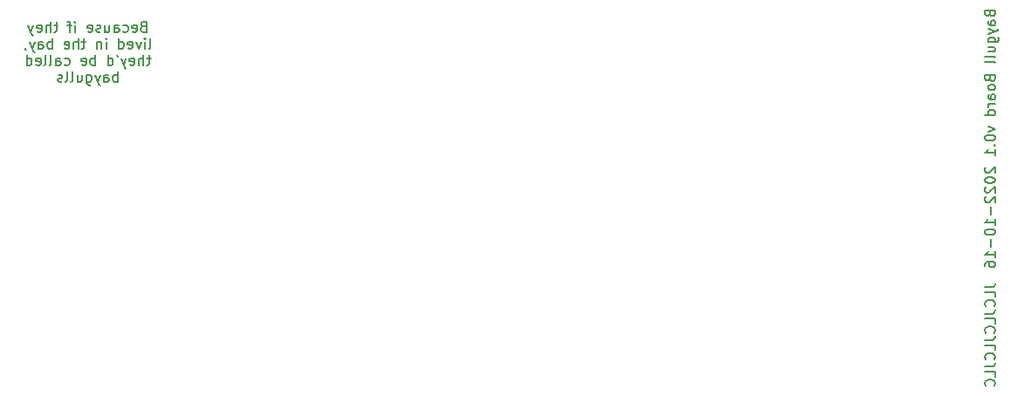
<source format=gbr>
%TF.GenerationSoftware,KiCad,Pcbnew,(6.0.8)*%
%TF.CreationDate,2022-10-22T23:39:20+01:00*%
%TF.ProjectId,top_plate,746f705f-706c-4617-9465-2e6b69636164,v1.0.0*%
%TF.SameCoordinates,Original*%
%TF.FileFunction,Legend,Bot*%
%TF.FilePolarity,Positive*%
%FSLAX46Y46*%
G04 Gerber Fmt 4.6, Leading zero omitted, Abs format (unit mm)*
G04 Created by KiCad (PCBNEW (6.0.8)) date 2022-10-22 23:39:20*
%MOMM*%
%LPD*%
G01*
G04 APERTURE LIST*
%ADD10C,0.150000*%
G04 APERTURE END LIST*
D10*
X144132380Y-27575452D02*
X144846666Y-27575452D01*
X144989523Y-27527833D01*
X145084761Y-27432595D01*
X145132380Y-27289738D01*
X145132380Y-27194500D01*
X145132380Y-28527833D02*
X145132380Y-28051642D01*
X144132380Y-28051642D01*
X145037142Y-29432595D02*
X145084761Y-29384976D01*
X145132380Y-29242119D01*
X145132380Y-29146880D01*
X145084761Y-29004023D01*
X144989523Y-28908785D01*
X144894285Y-28861166D01*
X144703809Y-28813547D01*
X144560952Y-28813547D01*
X144370476Y-28861166D01*
X144275238Y-28908785D01*
X144180000Y-29004023D01*
X144132380Y-29146880D01*
X144132380Y-29242119D01*
X144180000Y-29384976D01*
X144227619Y-29432595D01*
X144132380Y-30146880D02*
X144846666Y-30146880D01*
X144989523Y-30099261D01*
X145084761Y-30004023D01*
X145132380Y-29861166D01*
X145132380Y-29765928D01*
X145132380Y-31099261D02*
X145132380Y-30623071D01*
X144132380Y-30623071D01*
X145037142Y-32004023D02*
X145084761Y-31956404D01*
X145132380Y-31813547D01*
X145132380Y-31718309D01*
X145084761Y-31575452D01*
X144989523Y-31480214D01*
X144894285Y-31432595D01*
X144703809Y-31384976D01*
X144560952Y-31384976D01*
X144370476Y-31432595D01*
X144275238Y-31480214D01*
X144180000Y-31575452D01*
X144132380Y-31718309D01*
X144132380Y-31813547D01*
X144180000Y-31956404D01*
X144227619Y-32004023D01*
X144132380Y-32718309D02*
X144846666Y-32718309D01*
X144989523Y-32670690D01*
X145084761Y-32575452D01*
X145132380Y-32432595D01*
X145132380Y-32337357D01*
X145132380Y-33670690D02*
X145132380Y-33194500D01*
X144132380Y-33194500D01*
X145037142Y-34575452D02*
X145084761Y-34527833D01*
X145132380Y-34384976D01*
X145132380Y-34289738D01*
X145084761Y-34146880D01*
X144989523Y-34051642D01*
X144894285Y-34004023D01*
X144703809Y-33956404D01*
X144560952Y-33956404D01*
X144370476Y-34004023D01*
X144275238Y-34051642D01*
X144180000Y-34146880D01*
X144132380Y-34289738D01*
X144132380Y-34384976D01*
X144180000Y-34527833D01*
X144227619Y-34575452D01*
X144132380Y-35289738D02*
X144846666Y-35289738D01*
X144989523Y-35242119D01*
X145084761Y-35146880D01*
X145132380Y-35004023D01*
X145132380Y-34908785D01*
X145132380Y-36242119D02*
X145132380Y-35765928D01*
X144132380Y-35765928D01*
X145037142Y-37146880D02*
X145084761Y-37099261D01*
X145132380Y-36956404D01*
X145132380Y-36861166D01*
X145084761Y-36718309D01*
X144989523Y-36623071D01*
X144894285Y-36575452D01*
X144703809Y-36527833D01*
X144560952Y-36527833D01*
X144370476Y-36575452D01*
X144275238Y-36623071D01*
X144180000Y-36718309D01*
X144132380Y-36861166D01*
X144132380Y-36956404D01*
X144180000Y-37099261D01*
X144227619Y-37146880D01*
X62507142Y-2276071D02*
X62364285Y-2323690D01*
X62316666Y-2371309D01*
X62269047Y-2466547D01*
X62269047Y-2609404D01*
X62316666Y-2704642D01*
X62364285Y-2752261D01*
X62459523Y-2799880D01*
X62840476Y-2799880D01*
X62840476Y-1799880D01*
X62507142Y-1799880D01*
X62411904Y-1847500D01*
X62364285Y-1895119D01*
X62316666Y-1990357D01*
X62316666Y-2085595D01*
X62364285Y-2180833D01*
X62411904Y-2228452D01*
X62507142Y-2276071D01*
X62840476Y-2276071D01*
X61459523Y-2752261D02*
X61554761Y-2799880D01*
X61745238Y-2799880D01*
X61840476Y-2752261D01*
X61888095Y-2657023D01*
X61888095Y-2276071D01*
X61840476Y-2180833D01*
X61745238Y-2133214D01*
X61554761Y-2133214D01*
X61459523Y-2180833D01*
X61411904Y-2276071D01*
X61411904Y-2371309D01*
X61888095Y-2466547D01*
X60554761Y-2752261D02*
X60650000Y-2799880D01*
X60840476Y-2799880D01*
X60935714Y-2752261D01*
X60983333Y-2704642D01*
X61030952Y-2609404D01*
X61030952Y-2323690D01*
X60983333Y-2228452D01*
X60935714Y-2180833D01*
X60840476Y-2133214D01*
X60650000Y-2133214D01*
X60554761Y-2180833D01*
X59697619Y-2799880D02*
X59697619Y-2276071D01*
X59745238Y-2180833D01*
X59840476Y-2133214D01*
X60030952Y-2133214D01*
X60126190Y-2180833D01*
X59697619Y-2752261D02*
X59792857Y-2799880D01*
X60030952Y-2799880D01*
X60126190Y-2752261D01*
X60173809Y-2657023D01*
X60173809Y-2561785D01*
X60126190Y-2466547D01*
X60030952Y-2418928D01*
X59792857Y-2418928D01*
X59697619Y-2371309D01*
X58792857Y-2133214D02*
X58792857Y-2799880D01*
X59221428Y-2133214D02*
X59221428Y-2657023D01*
X59173809Y-2752261D01*
X59078571Y-2799880D01*
X58935714Y-2799880D01*
X58840476Y-2752261D01*
X58792857Y-2704642D01*
X58364285Y-2752261D02*
X58269047Y-2799880D01*
X58078571Y-2799880D01*
X57983333Y-2752261D01*
X57935714Y-2657023D01*
X57935714Y-2609404D01*
X57983333Y-2514166D01*
X58078571Y-2466547D01*
X58221428Y-2466547D01*
X58316666Y-2418928D01*
X58364285Y-2323690D01*
X58364285Y-2276071D01*
X58316666Y-2180833D01*
X58221428Y-2133214D01*
X58078571Y-2133214D01*
X57983333Y-2180833D01*
X57126190Y-2752261D02*
X57221428Y-2799880D01*
X57411904Y-2799880D01*
X57507142Y-2752261D01*
X57554761Y-2657023D01*
X57554761Y-2276071D01*
X57507142Y-2180833D01*
X57411904Y-2133214D01*
X57221428Y-2133214D01*
X57126190Y-2180833D01*
X57078571Y-2276071D01*
X57078571Y-2371309D01*
X57554761Y-2466547D01*
X55888095Y-2799880D02*
X55888095Y-2133214D01*
X55888095Y-1799880D02*
X55935714Y-1847500D01*
X55888095Y-1895119D01*
X55840476Y-1847500D01*
X55888095Y-1799880D01*
X55888095Y-1895119D01*
X55554761Y-2133214D02*
X55173809Y-2133214D01*
X55411904Y-2799880D02*
X55411904Y-1942738D01*
X55364285Y-1847500D01*
X55269047Y-1799880D01*
X55173809Y-1799880D01*
X54221428Y-2133214D02*
X53840476Y-2133214D01*
X54078571Y-1799880D02*
X54078571Y-2657023D01*
X54030952Y-2752261D01*
X53935714Y-2799880D01*
X53840476Y-2799880D01*
X53507142Y-2799880D02*
X53507142Y-1799880D01*
X53078571Y-2799880D02*
X53078571Y-2276071D01*
X53126190Y-2180833D01*
X53221428Y-2133214D01*
X53364285Y-2133214D01*
X53459523Y-2180833D01*
X53507142Y-2228452D01*
X52221428Y-2752261D02*
X52316666Y-2799880D01*
X52507142Y-2799880D01*
X52602380Y-2752261D01*
X52650000Y-2657023D01*
X52650000Y-2276071D01*
X52602380Y-2180833D01*
X52507142Y-2133214D01*
X52316666Y-2133214D01*
X52221428Y-2180833D01*
X52173809Y-2276071D01*
X52173809Y-2371309D01*
X52650000Y-2466547D01*
X51840476Y-2133214D02*
X51602380Y-2799880D01*
X51364285Y-2133214D02*
X51602380Y-2799880D01*
X51697619Y-3037976D01*
X51745238Y-3085595D01*
X51840476Y-3133214D01*
X63054761Y-4409880D02*
X63150000Y-4362261D01*
X63197619Y-4267023D01*
X63197619Y-3409880D01*
X62673809Y-4409880D02*
X62673809Y-3743214D01*
X62673809Y-3409880D02*
X62721428Y-3457500D01*
X62673809Y-3505119D01*
X62626190Y-3457500D01*
X62673809Y-3409880D01*
X62673809Y-3505119D01*
X62292857Y-3743214D02*
X62054761Y-4409880D01*
X61816666Y-3743214D01*
X61054761Y-4362261D02*
X61150000Y-4409880D01*
X61340476Y-4409880D01*
X61435714Y-4362261D01*
X61483333Y-4267023D01*
X61483333Y-3886071D01*
X61435714Y-3790833D01*
X61340476Y-3743214D01*
X61150000Y-3743214D01*
X61054761Y-3790833D01*
X61007142Y-3886071D01*
X61007142Y-3981309D01*
X61483333Y-4076547D01*
X60150000Y-4409880D02*
X60150000Y-3409880D01*
X60150000Y-4362261D02*
X60245238Y-4409880D01*
X60435714Y-4409880D01*
X60530952Y-4362261D01*
X60578571Y-4314642D01*
X60626190Y-4219404D01*
X60626190Y-3933690D01*
X60578571Y-3838452D01*
X60530952Y-3790833D01*
X60435714Y-3743214D01*
X60245238Y-3743214D01*
X60150000Y-3790833D01*
X58911904Y-4409880D02*
X58911904Y-3743214D01*
X58911904Y-3409880D02*
X58959523Y-3457500D01*
X58911904Y-3505119D01*
X58864285Y-3457500D01*
X58911904Y-3409880D01*
X58911904Y-3505119D01*
X58435714Y-3743214D02*
X58435714Y-4409880D01*
X58435714Y-3838452D02*
X58388095Y-3790833D01*
X58292857Y-3743214D01*
X58150000Y-3743214D01*
X58054761Y-3790833D01*
X58007142Y-3886071D01*
X58007142Y-4409880D01*
X56911904Y-3743214D02*
X56530952Y-3743214D01*
X56769047Y-3409880D02*
X56769047Y-4267023D01*
X56721428Y-4362261D01*
X56626190Y-4409880D01*
X56530952Y-4409880D01*
X56197619Y-4409880D02*
X56197619Y-3409880D01*
X55769047Y-4409880D02*
X55769047Y-3886071D01*
X55816666Y-3790833D01*
X55911904Y-3743214D01*
X56054761Y-3743214D01*
X56150000Y-3790833D01*
X56197619Y-3838452D01*
X54911904Y-4362261D02*
X55007142Y-4409880D01*
X55197619Y-4409880D01*
X55292857Y-4362261D01*
X55340476Y-4267023D01*
X55340476Y-3886071D01*
X55292857Y-3790833D01*
X55197619Y-3743214D01*
X55007142Y-3743214D01*
X54911904Y-3790833D01*
X54864285Y-3886071D01*
X54864285Y-3981309D01*
X55340476Y-4076547D01*
X53673809Y-4409880D02*
X53673809Y-3409880D01*
X53673809Y-3790833D02*
X53578571Y-3743214D01*
X53388095Y-3743214D01*
X53292857Y-3790833D01*
X53245238Y-3838452D01*
X53197619Y-3933690D01*
X53197619Y-4219404D01*
X53245238Y-4314642D01*
X53292857Y-4362261D01*
X53388095Y-4409880D01*
X53578571Y-4409880D01*
X53673809Y-4362261D01*
X52340476Y-4409880D02*
X52340476Y-3886071D01*
X52388095Y-3790833D01*
X52483333Y-3743214D01*
X52673809Y-3743214D01*
X52769047Y-3790833D01*
X52340476Y-4362261D02*
X52435714Y-4409880D01*
X52673809Y-4409880D01*
X52769047Y-4362261D01*
X52816666Y-4267023D01*
X52816666Y-4171785D01*
X52769047Y-4076547D01*
X52673809Y-4028928D01*
X52435714Y-4028928D01*
X52340476Y-3981309D01*
X51959523Y-3743214D02*
X51721428Y-4409880D01*
X51483333Y-3743214D02*
X51721428Y-4409880D01*
X51816666Y-4647976D01*
X51864285Y-4695595D01*
X51959523Y-4743214D01*
X51054761Y-4362261D02*
X51054761Y-4409880D01*
X51102380Y-4505119D01*
X51150000Y-4552738D01*
X63221428Y-5353214D02*
X62840476Y-5353214D01*
X63078571Y-5019880D02*
X63078571Y-5877023D01*
X63030952Y-5972261D01*
X62935714Y-6019880D01*
X62840476Y-6019880D01*
X62507142Y-6019880D02*
X62507142Y-5019880D01*
X62078571Y-6019880D02*
X62078571Y-5496071D01*
X62126190Y-5400833D01*
X62221428Y-5353214D01*
X62364285Y-5353214D01*
X62459523Y-5400833D01*
X62507142Y-5448452D01*
X61221428Y-5972261D02*
X61316666Y-6019880D01*
X61507142Y-6019880D01*
X61602380Y-5972261D01*
X61650000Y-5877023D01*
X61650000Y-5496071D01*
X61602380Y-5400833D01*
X61507142Y-5353214D01*
X61316666Y-5353214D01*
X61221428Y-5400833D01*
X61173809Y-5496071D01*
X61173809Y-5591309D01*
X61650000Y-5686547D01*
X60840476Y-5353214D02*
X60602380Y-6019880D01*
X60364285Y-5353214D02*
X60602380Y-6019880D01*
X60697619Y-6257976D01*
X60745238Y-6305595D01*
X60840476Y-6353214D01*
X59935714Y-5019880D02*
X60030952Y-5210357D01*
X59078571Y-6019880D02*
X59078571Y-5019880D01*
X59078571Y-5972261D02*
X59173809Y-6019880D01*
X59364285Y-6019880D01*
X59459523Y-5972261D01*
X59507142Y-5924642D01*
X59554761Y-5829404D01*
X59554761Y-5543690D01*
X59507142Y-5448452D01*
X59459523Y-5400833D01*
X59364285Y-5353214D01*
X59173809Y-5353214D01*
X59078571Y-5400833D01*
X57840476Y-6019880D02*
X57840476Y-5019880D01*
X57840476Y-5400833D02*
X57745238Y-5353214D01*
X57554761Y-5353214D01*
X57459523Y-5400833D01*
X57411904Y-5448452D01*
X57364285Y-5543690D01*
X57364285Y-5829404D01*
X57411904Y-5924642D01*
X57459523Y-5972261D01*
X57554761Y-6019880D01*
X57745238Y-6019880D01*
X57840476Y-5972261D01*
X56554761Y-5972261D02*
X56650000Y-6019880D01*
X56840476Y-6019880D01*
X56935714Y-5972261D01*
X56983333Y-5877023D01*
X56983333Y-5496071D01*
X56935714Y-5400833D01*
X56840476Y-5353214D01*
X56650000Y-5353214D01*
X56554761Y-5400833D01*
X56507142Y-5496071D01*
X56507142Y-5591309D01*
X56983333Y-5686547D01*
X54888095Y-5972261D02*
X54983333Y-6019880D01*
X55173809Y-6019880D01*
X55269047Y-5972261D01*
X55316666Y-5924642D01*
X55364285Y-5829404D01*
X55364285Y-5543690D01*
X55316666Y-5448452D01*
X55269047Y-5400833D01*
X55173809Y-5353214D01*
X54983333Y-5353214D01*
X54888095Y-5400833D01*
X54030952Y-6019880D02*
X54030952Y-5496071D01*
X54078571Y-5400833D01*
X54173809Y-5353214D01*
X54364285Y-5353214D01*
X54459523Y-5400833D01*
X54030952Y-5972261D02*
X54126190Y-6019880D01*
X54364285Y-6019880D01*
X54459523Y-5972261D01*
X54507142Y-5877023D01*
X54507142Y-5781785D01*
X54459523Y-5686547D01*
X54364285Y-5638928D01*
X54126190Y-5638928D01*
X54030952Y-5591309D01*
X53411904Y-6019880D02*
X53507142Y-5972261D01*
X53554761Y-5877023D01*
X53554761Y-5019880D01*
X52888095Y-6019880D02*
X52983333Y-5972261D01*
X53030952Y-5877023D01*
X53030952Y-5019880D01*
X52126190Y-5972261D02*
X52221428Y-6019880D01*
X52411904Y-6019880D01*
X52507142Y-5972261D01*
X52554761Y-5877023D01*
X52554761Y-5496071D01*
X52507142Y-5400833D01*
X52411904Y-5353214D01*
X52221428Y-5353214D01*
X52126190Y-5400833D01*
X52078571Y-5496071D01*
X52078571Y-5591309D01*
X52554761Y-5686547D01*
X51221428Y-6019880D02*
X51221428Y-5019880D01*
X51221428Y-5972261D02*
X51316666Y-6019880D01*
X51507142Y-6019880D01*
X51602380Y-5972261D01*
X51650000Y-5924642D01*
X51697619Y-5829404D01*
X51697619Y-5543690D01*
X51650000Y-5448452D01*
X51602380Y-5400833D01*
X51507142Y-5353214D01*
X51316666Y-5353214D01*
X51221428Y-5400833D01*
X60030952Y-7629880D02*
X60030952Y-6629880D01*
X60030952Y-7010833D02*
X59935714Y-6963214D01*
X59745238Y-6963214D01*
X59650000Y-7010833D01*
X59602380Y-7058452D01*
X59554761Y-7153690D01*
X59554761Y-7439404D01*
X59602380Y-7534642D01*
X59650000Y-7582261D01*
X59745238Y-7629880D01*
X59935714Y-7629880D01*
X60030952Y-7582261D01*
X58697619Y-7629880D02*
X58697619Y-7106071D01*
X58745238Y-7010833D01*
X58840476Y-6963214D01*
X59030952Y-6963214D01*
X59126190Y-7010833D01*
X58697619Y-7582261D02*
X58792857Y-7629880D01*
X59030952Y-7629880D01*
X59126190Y-7582261D01*
X59173809Y-7487023D01*
X59173809Y-7391785D01*
X59126190Y-7296547D01*
X59030952Y-7248928D01*
X58792857Y-7248928D01*
X58697619Y-7201309D01*
X58316666Y-6963214D02*
X58078571Y-7629880D01*
X57840476Y-6963214D02*
X58078571Y-7629880D01*
X58173809Y-7867976D01*
X58221428Y-7915595D01*
X58316666Y-7963214D01*
X57030952Y-6963214D02*
X57030952Y-7772738D01*
X57078571Y-7867976D01*
X57126190Y-7915595D01*
X57221428Y-7963214D01*
X57364285Y-7963214D01*
X57459523Y-7915595D01*
X57030952Y-7582261D02*
X57126190Y-7629880D01*
X57316666Y-7629880D01*
X57411904Y-7582261D01*
X57459523Y-7534642D01*
X57507142Y-7439404D01*
X57507142Y-7153690D01*
X57459523Y-7058452D01*
X57411904Y-7010833D01*
X57316666Y-6963214D01*
X57126190Y-6963214D01*
X57030952Y-7010833D01*
X56126190Y-6963214D02*
X56126190Y-7629880D01*
X56554761Y-6963214D02*
X56554761Y-7487023D01*
X56507142Y-7582261D01*
X56411904Y-7629880D01*
X56269047Y-7629880D01*
X56173809Y-7582261D01*
X56126190Y-7534642D01*
X55507142Y-7629880D02*
X55602380Y-7582261D01*
X55650000Y-7487023D01*
X55650000Y-6629880D01*
X54983333Y-7629880D02*
X55078571Y-7582261D01*
X55126190Y-7487023D01*
X55126190Y-6629880D01*
X54650000Y-7582261D02*
X54554761Y-7629880D01*
X54364285Y-7629880D01*
X54269047Y-7582261D01*
X54221428Y-7487023D01*
X54221428Y-7439404D01*
X54269047Y-7344166D01*
X54364285Y-7296547D01*
X54507142Y-7296547D01*
X54602380Y-7248928D01*
X54650000Y-7153690D01*
X54650000Y-7106071D01*
X54602380Y-7010833D01*
X54507142Y-6963214D01*
X54364285Y-6963214D01*
X54269047Y-7010833D01*
X144608571Y-1025452D02*
X144656190Y-1168309D01*
X144703809Y-1215928D01*
X144799047Y-1263547D01*
X144941904Y-1263547D01*
X145037142Y-1215928D01*
X145084761Y-1168309D01*
X145132380Y-1073071D01*
X145132380Y-692119D01*
X144132380Y-692119D01*
X144132380Y-1025452D01*
X144180000Y-1120690D01*
X144227619Y-1168309D01*
X144322857Y-1215928D01*
X144418095Y-1215928D01*
X144513333Y-1168309D01*
X144560952Y-1120690D01*
X144608571Y-1025452D01*
X144608571Y-692119D01*
X145132380Y-2120690D02*
X144608571Y-2120690D01*
X144513333Y-2073071D01*
X144465714Y-1977833D01*
X144465714Y-1787357D01*
X144513333Y-1692119D01*
X145084761Y-2120690D02*
X145132380Y-2025452D01*
X145132380Y-1787357D01*
X145084761Y-1692119D01*
X144989523Y-1644500D01*
X144894285Y-1644500D01*
X144799047Y-1692119D01*
X144751428Y-1787357D01*
X144751428Y-2025452D01*
X144703809Y-2120690D01*
X144465714Y-2501642D02*
X145132380Y-2739738D01*
X144465714Y-2977833D02*
X145132380Y-2739738D01*
X145370476Y-2644500D01*
X145418095Y-2596880D01*
X145465714Y-2501642D01*
X144465714Y-3787357D02*
X145275238Y-3787357D01*
X145370476Y-3739738D01*
X145418095Y-3692119D01*
X145465714Y-3596880D01*
X145465714Y-3454023D01*
X145418095Y-3358785D01*
X145084761Y-3787357D02*
X145132380Y-3692119D01*
X145132380Y-3501642D01*
X145084761Y-3406404D01*
X145037142Y-3358785D01*
X144941904Y-3311166D01*
X144656190Y-3311166D01*
X144560952Y-3358785D01*
X144513333Y-3406404D01*
X144465714Y-3501642D01*
X144465714Y-3692119D01*
X144513333Y-3787357D01*
X144465714Y-4692119D02*
X145132380Y-4692119D01*
X144465714Y-4263547D02*
X144989523Y-4263547D01*
X145084761Y-4311166D01*
X145132380Y-4406404D01*
X145132380Y-4549261D01*
X145084761Y-4644500D01*
X145037142Y-4692119D01*
X145132380Y-5311166D02*
X145084761Y-5215928D01*
X144989523Y-5168309D01*
X144132380Y-5168309D01*
X145132380Y-5834976D02*
X145084761Y-5739738D01*
X144989523Y-5692119D01*
X144132380Y-5692119D01*
X144608571Y-7311166D02*
X144656190Y-7454023D01*
X144703809Y-7501642D01*
X144799047Y-7549261D01*
X144941904Y-7549261D01*
X145037142Y-7501642D01*
X145084761Y-7454023D01*
X145132380Y-7358785D01*
X145132380Y-6977833D01*
X144132380Y-6977833D01*
X144132380Y-7311166D01*
X144180000Y-7406404D01*
X144227619Y-7454023D01*
X144322857Y-7501642D01*
X144418095Y-7501642D01*
X144513333Y-7454023D01*
X144560952Y-7406404D01*
X144608571Y-7311166D01*
X144608571Y-6977833D01*
X145132380Y-8120690D02*
X145084761Y-8025452D01*
X145037142Y-7977833D01*
X144941904Y-7930214D01*
X144656190Y-7930214D01*
X144560952Y-7977833D01*
X144513333Y-8025452D01*
X144465714Y-8120690D01*
X144465714Y-8263547D01*
X144513333Y-8358785D01*
X144560952Y-8406404D01*
X144656190Y-8454023D01*
X144941904Y-8454023D01*
X145037142Y-8406404D01*
X145084761Y-8358785D01*
X145132380Y-8263547D01*
X145132380Y-8120690D01*
X145132380Y-9311166D02*
X144608571Y-9311166D01*
X144513333Y-9263547D01*
X144465714Y-9168309D01*
X144465714Y-8977833D01*
X144513333Y-8882595D01*
X145084761Y-9311166D02*
X145132380Y-9215928D01*
X145132380Y-8977833D01*
X145084761Y-8882595D01*
X144989523Y-8834976D01*
X144894285Y-8834976D01*
X144799047Y-8882595D01*
X144751428Y-8977833D01*
X144751428Y-9215928D01*
X144703809Y-9311166D01*
X145132380Y-9787357D02*
X144465714Y-9787357D01*
X144656190Y-9787357D02*
X144560952Y-9834976D01*
X144513333Y-9882595D01*
X144465714Y-9977833D01*
X144465714Y-10073071D01*
X145132380Y-10834976D02*
X144132380Y-10834976D01*
X145084761Y-10834976D02*
X145132380Y-10739738D01*
X145132380Y-10549261D01*
X145084761Y-10454023D01*
X145037142Y-10406404D01*
X144941904Y-10358785D01*
X144656190Y-10358785D01*
X144560952Y-10406404D01*
X144513333Y-10454023D01*
X144465714Y-10549261D01*
X144465714Y-10739738D01*
X144513333Y-10834976D01*
X144465714Y-11977833D02*
X145132380Y-12215928D01*
X144465714Y-12454023D01*
X144132380Y-13025452D02*
X144132380Y-13120690D01*
X144180000Y-13215928D01*
X144227619Y-13263547D01*
X144322857Y-13311166D01*
X144513333Y-13358785D01*
X144751428Y-13358785D01*
X144941904Y-13311166D01*
X145037142Y-13263547D01*
X145084761Y-13215928D01*
X145132380Y-13120690D01*
X145132380Y-13025452D01*
X145084761Y-12930214D01*
X145037142Y-12882595D01*
X144941904Y-12834976D01*
X144751428Y-12787357D01*
X144513333Y-12787357D01*
X144322857Y-12834976D01*
X144227619Y-12882595D01*
X144180000Y-12930214D01*
X144132380Y-13025452D01*
X145037142Y-13787357D02*
X145084761Y-13834976D01*
X145132380Y-13787357D01*
X145084761Y-13739738D01*
X145037142Y-13787357D01*
X145132380Y-13787357D01*
X145132380Y-14787357D02*
X145132380Y-14215928D01*
X145132380Y-14501642D02*
X144132380Y-14501642D01*
X144275238Y-14406404D01*
X144370476Y-14311166D01*
X144418095Y-14215928D01*
X144227619Y-15930214D02*
X144180000Y-15977833D01*
X144132380Y-16073071D01*
X144132380Y-16311166D01*
X144180000Y-16406404D01*
X144227619Y-16454023D01*
X144322857Y-16501642D01*
X144418095Y-16501642D01*
X144560952Y-16454023D01*
X145132380Y-15882595D01*
X145132380Y-16501642D01*
X144132380Y-17120690D02*
X144132380Y-17215928D01*
X144180000Y-17311166D01*
X144227619Y-17358785D01*
X144322857Y-17406404D01*
X144513333Y-17454023D01*
X144751428Y-17454023D01*
X144941904Y-17406404D01*
X145037142Y-17358785D01*
X145084761Y-17311166D01*
X145132380Y-17215928D01*
X145132380Y-17120690D01*
X145084761Y-17025452D01*
X145037142Y-16977833D01*
X144941904Y-16930214D01*
X144751428Y-16882595D01*
X144513333Y-16882595D01*
X144322857Y-16930214D01*
X144227619Y-16977833D01*
X144180000Y-17025452D01*
X144132380Y-17120690D01*
X144227619Y-17834976D02*
X144180000Y-17882595D01*
X144132380Y-17977833D01*
X144132380Y-18215928D01*
X144180000Y-18311166D01*
X144227619Y-18358785D01*
X144322857Y-18406404D01*
X144418095Y-18406404D01*
X144560952Y-18358785D01*
X145132380Y-17787357D01*
X145132380Y-18406404D01*
X144227619Y-18787357D02*
X144180000Y-18834976D01*
X144132380Y-18930214D01*
X144132380Y-19168309D01*
X144180000Y-19263547D01*
X144227619Y-19311166D01*
X144322857Y-19358785D01*
X144418095Y-19358785D01*
X144560952Y-19311166D01*
X145132380Y-18739738D01*
X145132380Y-19358785D01*
X144751428Y-19787357D02*
X144751428Y-20549261D01*
X145132380Y-21549261D02*
X145132380Y-20977833D01*
X145132380Y-21263547D02*
X144132380Y-21263547D01*
X144275238Y-21168309D01*
X144370476Y-21073071D01*
X144418095Y-20977833D01*
X144132380Y-22168309D02*
X144132380Y-22263547D01*
X144180000Y-22358785D01*
X144227619Y-22406404D01*
X144322857Y-22454023D01*
X144513333Y-22501642D01*
X144751428Y-22501642D01*
X144941904Y-22454023D01*
X145037142Y-22406404D01*
X145084761Y-22358785D01*
X145132380Y-22263547D01*
X145132380Y-22168309D01*
X145084761Y-22073071D01*
X145037142Y-22025452D01*
X144941904Y-21977833D01*
X144751428Y-21930214D01*
X144513333Y-21930214D01*
X144322857Y-21977833D01*
X144227619Y-22025452D01*
X144180000Y-22073071D01*
X144132380Y-22168309D01*
X144751428Y-22930214D02*
X144751428Y-23692119D01*
X145132380Y-24692119D02*
X145132380Y-24120690D01*
X145132380Y-24406404D02*
X144132380Y-24406404D01*
X144275238Y-24311166D01*
X144370476Y-24215928D01*
X144418095Y-24120690D01*
X144132380Y-25549261D02*
X144132380Y-25358785D01*
X144180000Y-25263547D01*
X144227619Y-25215928D01*
X144370476Y-25120690D01*
X144560952Y-25073071D01*
X144941904Y-25073071D01*
X145037142Y-25120690D01*
X145084761Y-25168309D01*
X145132380Y-25263547D01*
X145132380Y-25454023D01*
X145084761Y-25549261D01*
X145037142Y-25596880D01*
X144941904Y-25644499D01*
X144703809Y-25644499D01*
X144608571Y-25596880D01*
X144560952Y-25549261D01*
X144513333Y-25454023D01*
X144513333Y-25263547D01*
X144560952Y-25168309D01*
X144608571Y-25120690D01*
X144703809Y-25073071D01*
M02*

</source>
